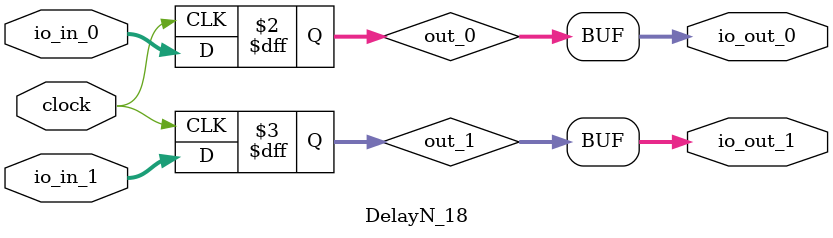
<source format=v>
module DelayN_18(
  input         clock,
  input  [63:0] io_in_0,
  input  [63:0] io_in_1,
  output [63:0] io_out_0,
  output [63:0] io_out_1
);
`ifdef RANDOMIZE_REG_INIT
  reg [63:0] _RAND_0;
  reg [63:0] _RAND_1;
`endif // RANDOMIZE_REG_INIT
  reg [63:0] out_0; // @[Hold.scala 87:18]
  reg [63:0] out_1; // @[Hold.scala 87:18]
  assign io_out_0 = out_0; // @[Hold.scala 89:10]
  assign io_out_1 = out_1; // @[Hold.scala 89:10]
  always @(posedge clock) begin
    out_0 <= io_in_0; // @[Hold.scala 87:18]
    out_1 <= io_in_1; // @[Hold.scala 87:18]
  end
// Register and memory initialization
`ifdef RANDOMIZE_GARBAGE_ASSIGN
`define RANDOMIZE
`endif
`ifdef RANDOMIZE_INVALID_ASSIGN
`define RANDOMIZE
`endif
`ifdef RANDOMIZE_REG_INIT
`define RANDOMIZE
`endif
`ifdef RANDOMIZE_MEM_INIT
`define RANDOMIZE
`endif
`ifndef RANDOM
`define RANDOM $random
`endif
`ifdef RANDOMIZE_MEM_INIT
  integer initvar;
`endif
`ifndef SYNTHESIS
`ifdef FIRRTL_BEFORE_INITIAL
`FIRRTL_BEFORE_INITIAL
`endif
initial begin
  `ifdef RANDOMIZE
    `ifdef INIT_RANDOM
      `INIT_RANDOM
    `endif
    `ifndef VERILATOR
      `ifdef RANDOMIZE_DELAY
        #`RANDOMIZE_DELAY begin end
      `else
        #0.002 begin end
      `endif
    `endif
`ifdef RANDOMIZE_REG_INIT
  _RAND_0 = {2{`RANDOM}};
  out_0 = _RAND_0[63:0];
  _RAND_1 = {2{`RANDOM}};
  out_1 = _RAND_1[63:0];
`endif // RANDOMIZE_REG_INIT
  `endif // RANDOMIZE
end // initial
`ifdef FIRRTL_AFTER_INITIAL
`FIRRTL_AFTER_INITIAL
`endif
`endif // SYNTHESIS
endmodule

</source>
